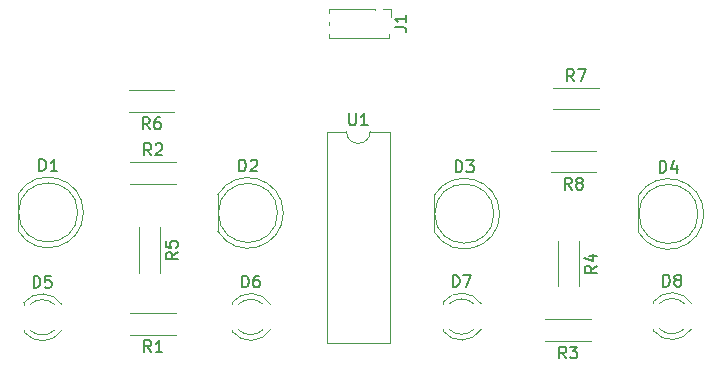
<source format=gbr>
%TF.GenerationSoftware,KiCad,Pcbnew,(5.1.8)-1*%
%TF.CreationDate,2021-01-06T02:07:28+05:30*%
%TF.ProjectId,LSA,4c53412e-6b69-4636-9164-5f7063625858,rev?*%
%TF.SameCoordinates,Original*%
%TF.FileFunction,Legend,Top*%
%TF.FilePolarity,Positive*%
%FSLAX46Y46*%
G04 Gerber Fmt 4.6, Leading zero omitted, Abs format (unit mm)*
G04 Created by KiCad (PCBNEW (5.1.8)-1) date 2021-01-06 02:07:28*
%MOMM*%
%LPD*%
G01*
G04 APERTURE LIST*
%ADD10C,0.120000*%
%ADD11C,0.150000*%
G04 APERTURE END LIST*
D10*
%TO.C,D2*%
X134650000Y-120759538D02*
G75*
G02*
X129100000Y-122304830I-2990000J-462D01*
G01*
X134650000Y-120760462D02*
G75*
G03*
X129100000Y-119215170I-2990000J462D01*
G01*
X134160000Y-120760000D02*
G75*
G03*
X134160000Y-120760000I-2500000J0D01*
G01*
X129100000Y-119215000D02*
X129100000Y-122305000D01*
%TO.C,R8*%
X161150000Y-115490000D02*
X157310000Y-115490000D01*
X161150000Y-117330000D02*
X157310000Y-117330000D01*
%TO.C,J1*%
X138500000Y-103500000D02*
X138500000Y-103815507D01*
X138500000Y-105604493D02*
X138500000Y-105920000D01*
X138500000Y-104604493D02*
X138500000Y-104815507D01*
X142375000Y-103500000D02*
X138500000Y-103500000D01*
X143620000Y-105920000D02*
X138500000Y-105920000D01*
X142375000Y-103500000D02*
X142375000Y-103601724D01*
X143620000Y-105604493D02*
X143620000Y-105920000D01*
X143060000Y-103500000D02*
X143745000Y-103500000D01*
X143745000Y-103500000D02*
X143745000Y-104210000D01*
%TO.C,D4*%
X170250000Y-120849538D02*
G75*
G02*
X164700000Y-122394830I-2990000J-462D01*
G01*
X170250000Y-120850462D02*
G75*
G03*
X164700000Y-119305170I-2990000J462D01*
G01*
X169760000Y-120850000D02*
G75*
G03*
X169760000Y-120850000I-2500000J0D01*
G01*
X164700000Y-119305000D02*
X164700000Y-122395000D01*
%TO.C,D3*%
X152970000Y-120819538D02*
G75*
G02*
X147420000Y-122364830I-2990000J-462D01*
G01*
X152970000Y-120820462D02*
G75*
G03*
X147420000Y-119275170I-2990000J462D01*
G01*
X152480000Y-120820000D02*
G75*
G03*
X152480000Y-120820000I-2500000J0D01*
G01*
X147420000Y-119275000D02*
X147420000Y-122365000D01*
%TO.C,D1*%
X117730000Y-120719538D02*
G75*
G02*
X112180000Y-122264830I-2990000J-462D01*
G01*
X117730000Y-120720462D02*
G75*
G03*
X112180000Y-119175170I-2990000J462D01*
G01*
X117240000Y-120720000D02*
G75*
G03*
X117240000Y-120720000I-2500000J0D01*
G01*
X112180000Y-119175000D02*
X112180000Y-122265000D01*
%TO.C,U1*%
X143650000Y-113870000D02*
X142000000Y-113870000D01*
X143650000Y-131770000D02*
X143650000Y-113870000D01*
X138350000Y-131770000D02*
X143650000Y-131770000D01*
X138350000Y-113870000D02*
X138350000Y-131770000D01*
X140000000Y-113870000D02*
X138350000Y-113870000D01*
X142000000Y-113870000D02*
G75*
G02*
X140000000Y-113870000I-1000000J0D01*
G01*
%TO.C,R7*%
X157510000Y-111990000D02*
X161350000Y-111990000D01*
X157510000Y-110150000D02*
X161350000Y-110150000D01*
%TO.C,R6*%
X125420000Y-110380000D02*
X121580000Y-110380000D01*
X125420000Y-112220000D02*
X121580000Y-112220000D01*
%TO.C,R5*%
X122410000Y-121990000D02*
X122410000Y-125830000D01*
X124250000Y-121990000D02*
X124250000Y-125830000D01*
%TO.C,R4*%
X157880000Y-123150000D02*
X157880000Y-126990000D01*
X159720000Y-123150000D02*
X159720000Y-126990000D01*
%TO.C,R3*%
X160680000Y-129780000D02*
X156840000Y-129780000D01*
X160680000Y-131620000D02*
X156840000Y-131620000D01*
%TO.C,R2*%
X121710000Y-118270000D02*
X125550000Y-118270000D01*
X121710000Y-116430000D02*
X125550000Y-116430000D01*
%TO.C,R1*%
X125550000Y-129240000D02*
X121710000Y-129240000D01*
X125550000Y-131080000D02*
X121710000Y-131080000D01*
%TO.C,D8*%
X165990000Y-130580000D02*
X165990000Y-130736000D01*
X165990000Y-128264000D02*
X165990000Y-128420000D01*
X168591130Y-130579837D02*
G75*
G02*
X166509039Y-130580000I-1041130J1079837D01*
G01*
X168591130Y-128420163D02*
G75*
G03*
X166509039Y-128420000I-1041130J-1079837D01*
G01*
X169222335Y-130578608D02*
G75*
G02*
X165990000Y-130735516I-1672335J1078608D01*
G01*
X169222335Y-128421392D02*
G75*
G03*
X165990000Y-128264484I-1672335J-1078608D01*
G01*
%TO.C,D7*%
X148180000Y-130620000D02*
X148180000Y-130776000D01*
X148180000Y-128304000D02*
X148180000Y-128460000D01*
X150781130Y-130619837D02*
G75*
G02*
X148699039Y-130620000I-1041130J1079837D01*
G01*
X150781130Y-128460163D02*
G75*
G03*
X148699039Y-128460000I-1041130J-1079837D01*
G01*
X151412335Y-130618608D02*
G75*
G02*
X148180000Y-130775516I-1672335J1078608D01*
G01*
X151412335Y-128461392D02*
G75*
G03*
X148180000Y-128304484I-1672335J-1078608D01*
G01*
%TO.C,D6*%
X130330000Y-130650000D02*
X130330000Y-130806000D01*
X130330000Y-128334000D02*
X130330000Y-128490000D01*
X132931130Y-130649837D02*
G75*
G02*
X130849039Y-130650000I-1041130J1079837D01*
G01*
X132931130Y-128490163D02*
G75*
G03*
X130849039Y-128490000I-1041130J-1079837D01*
G01*
X133562335Y-130648608D02*
G75*
G02*
X130330000Y-130805516I-1672335J1078608D01*
G01*
X133562335Y-128491392D02*
G75*
G03*
X130330000Y-128334484I-1672335J-1078608D01*
G01*
%TO.C,D5*%
X112680000Y-130680000D02*
X112680000Y-130836000D01*
X112680000Y-128364000D02*
X112680000Y-128520000D01*
X115281130Y-130679837D02*
G75*
G02*
X113199039Y-130680000I-1041130J1079837D01*
G01*
X115281130Y-128520163D02*
G75*
G03*
X113199039Y-128520000I-1041130J-1079837D01*
G01*
X115912335Y-130678608D02*
G75*
G02*
X112680000Y-130835516I-1672335J1078608D01*
G01*
X115912335Y-128521392D02*
G75*
G03*
X112680000Y-128364484I-1672335J-1078608D01*
G01*
%TO.C,D2*%
D11*
X130921904Y-117252380D02*
X130921904Y-116252380D01*
X131160000Y-116252380D01*
X131302857Y-116300000D01*
X131398095Y-116395238D01*
X131445714Y-116490476D01*
X131493333Y-116680952D01*
X131493333Y-116823809D01*
X131445714Y-117014285D01*
X131398095Y-117109523D01*
X131302857Y-117204761D01*
X131160000Y-117252380D01*
X130921904Y-117252380D01*
X131874285Y-116347619D02*
X131921904Y-116300000D01*
X132017142Y-116252380D01*
X132255238Y-116252380D01*
X132350476Y-116300000D01*
X132398095Y-116347619D01*
X132445714Y-116442857D01*
X132445714Y-116538095D01*
X132398095Y-116680952D01*
X131826666Y-117252380D01*
X132445714Y-117252380D01*
%TO.C,R8*%
X159063333Y-118782380D02*
X158730000Y-118306190D01*
X158491904Y-118782380D02*
X158491904Y-117782380D01*
X158872857Y-117782380D01*
X158968095Y-117830000D01*
X159015714Y-117877619D01*
X159063333Y-117972857D01*
X159063333Y-118115714D01*
X159015714Y-118210952D01*
X158968095Y-118258571D01*
X158872857Y-118306190D01*
X158491904Y-118306190D01*
X159634761Y-118210952D02*
X159539523Y-118163333D01*
X159491904Y-118115714D01*
X159444285Y-118020476D01*
X159444285Y-117972857D01*
X159491904Y-117877619D01*
X159539523Y-117830000D01*
X159634761Y-117782380D01*
X159825238Y-117782380D01*
X159920476Y-117830000D01*
X159968095Y-117877619D01*
X160015714Y-117972857D01*
X160015714Y-118020476D01*
X159968095Y-118115714D01*
X159920476Y-118163333D01*
X159825238Y-118210952D01*
X159634761Y-118210952D01*
X159539523Y-118258571D01*
X159491904Y-118306190D01*
X159444285Y-118401428D01*
X159444285Y-118591904D01*
X159491904Y-118687142D01*
X159539523Y-118734761D01*
X159634761Y-118782380D01*
X159825238Y-118782380D01*
X159920476Y-118734761D01*
X159968095Y-118687142D01*
X160015714Y-118591904D01*
X160015714Y-118401428D01*
X159968095Y-118306190D01*
X159920476Y-118258571D01*
X159825238Y-118210952D01*
%TO.C,J1*%
X144072380Y-105043333D02*
X144786666Y-105043333D01*
X144929523Y-105090952D01*
X145024761Y-105186190D01*
X145072380Y-105329047D01*
X145072380Y-105424285D01*
X145072380Y-104043333D02*
X145072380Y-104614761D01*
X145072380Y-104329047D02*
X144072380Y-104329047D01*
X144215238Y-104424285D01*
X144310476Y-104519523D01*
X144358095Y-104614761D01*
%TO.C,D4*%
X166521904Y-117342380D02*
X166521904Y-116342380D01*
X166760000Y-116342380D01*
X166902857Y-116390000D01*
X166998095Y-116485238D01*
X167045714Y-116580476D01*
X167093333Y-116770952D01*
X167093333Y-116913809D01*
X167045714Y-117104285D01*
X166998095Y-117199523D01*
X166902857Y-117294761D01*
X166760000Y-117342380D01*
X166521904Y-117342380D01*
X167950476Y-116675714D02*
X167950476Y-117342380D01*
X167712380Y-116294761D02*
X167474285Y-117009047D01*
X168093333Y-117009047D01*
%TO.C,D3*%
X149241904Y-117312380D02*
X149241904Y-116312380D01*
X149480000Y-116312380D01*
X149622857Y-116360000D01*
X149718095Y-116455238D01*
X149765714Y-116550476D01*
X149813333Y-116740952D01*
X149813333Y-116883809D01*
X149765714Y-117074285D01*
X149718095Y-117169523D01*
X149622857Y-117264761D01*
X149480000Y-117312380D01*
X149241904Y-117312380D01*
X150146666Y-116312380D02*
X150765714Y-116312380D01*
X150432380Y-116693333D01*
X150575238Y-116693333D01*
X150670476Y-116740952D01*
X150718095Y-116788571D01*
X150765714Y-116883809D01*
X150765714Y-117121904D01*
X150718095Y-117217142D01*
X150670476Y-117264761D01*
X150575238Y-117312380D01*
X150289523Y-117312380D01*
X150194285Y-117264761D01*
X150146666Y-117217142D01*
%TO.C,D1*%
X114001904Y-117212380D02*
X114001904Y-116212380D01*
X114240000Y-116212380D01*
X114382857Y-116260000D01*
X114478095Y-116355238D01*
X114525714Y-116450476D01*
X114573333Y-116640952D01*
X114573333Y-116783809D01*
X114525714Y-116974285D01*
X114478095Y-117069523D01*
X114382857Y-117164761D01*
X114240000Y-117212380D01*
X114001904Y-117212380D01*
X115525714Y-117212380D02*
X114954285Y-117212380D01*
X115240000Y-117212380D02*
X115240000Y-116212380D01*
X115144761Y-116355238D01*
X115049523Y-116450476D01*
X114954285Y-116498095D01*
%TO.C,U1*%
X140238095Y-112322380D02*
X140238095Y-113131904D01*
X140285714Y-113227142D01*
X140333333Y-113274761D01*
X140428571Y-113322380D01*
X140619047Y-113322380D01*
X140714285Y-113274761D01*
X140761904Y-113227142D01*
X140809523Y-113131904D01*
X140809523Y-112322380D01*
X141809523Y-113322380D02*
X141238095Y-113322380D01*
X141523809Y-113322380D02*
X141523809Y-112322380D01*
X141428571Y-112465238D01*
X141333333Y-112560476D01*
X141238095Y-112608095D01*
%TO.C,R7*%
X159263333Y-109602380D02*
X158930000Y-109126190D01*
X158691904Y-109602380D02*
X158691904Y-108602380D01*
X159072857Y-108602380D01*
X159168095Y-108650000D01*
X159215714Y-108697619D01*
X159263333Y-108792857D01*
X159263333Y-108935714D01*
X159215714Y-109030952D01*
X159168095Y-109078571D01*
X159072857Y-109126190D01*
X158691904Y-109126190D01*
X159596666Y-108602380D02*
X160263333Y-108602380D01*
X159834761Y-109602380D01*
%TO.C,R6*%
X123333333Y-113672380D02*
X123000000Y-113196190D01*
X122761904Y-113672380D02*
X122761904Y-112672380D01*
X123142857Y-112672380D01*
X123238095Y-112720000D01*
X123285714Y-112767619D01*
X123333333Y-112862857D01*
X123333333Y-113005714D01*
X123285714Y-113100952D01*
X123238095Y-113148571D01*
X123142857Y-113196190D01*
X122761904Y-113196190D01*
X124190476Y-112672380D02*
X124000000Y-112672380D01*
X123904761Y-112720000D01*
X123857142Y-112767619D01*
X123761904Y-112910476D01*
X123714285Y-113100952D01*
X123714285Y-113481904D01*
X123761904Y-113577142D01*
X123809523Y-113624761D01*
X123904761Y-113672380D01*
X124095238Y-113672380D01*
X124190476Y-113624761D01*
X124238095Y-113577142D01*
X124285714Y-113481904D01*
X124285714Y-113243809D01*
X124238095Y-113148571D01*
X124190476Y-113100952D01*
X124095238Y-113053333D01*
X123904761Y-113053333D01*
X123809523Y-113100952D01*
X123761904Y-113148571D01*
X123714285Y-113243809D01*
%TO.C,R5*%
X125702380Y-124076666D02*
X125226190Y-124410000D01*
X125702380Y-124648095D02*
X124702380Y-124648095D01*
X124702380Y-124267142D01*
X124750000Y-124171904D01*
X124797619Y-124124285D01*
X124892857Y-124076666D01*
X125035714Y-124076666D01*
X125130952Y-124124285D01*
X125178571Y-124171904D01*
X125226190Y-124267142D01*
X125226190Y-124648095D01*
X124702380Y-123171904D02*
X124702380Y-123648095D01*
X125178571Y-123695714D01*
X125130952Y-123648095D01*
X125083333Y-123552857D01*
X125083333Y-123314761D01*
X125130952Y-123219523D01*
X125178571Y-123171904D01*
X125273809Y-123124285D01*
X125511904Y-123124285D01*
X125607142Y-123171904D01*
X125654761Y-123219523D01*
X125702380Y-123314761D01*
X125702380Y-123552857D01*
X125654761Y-123648095D01*
X125607142Y-123695714D01*
%TO.C,R4*%
X161172380Y-125236666D02*
X160696190Y-125570000D01*
X161172380Y-125808095D02*
X160172380Y-125808095D01*
X160172380Y-125427142D01*
X160220000Y-125331904D01*
X160267619Y-125284285D01*
X160362857Y-125236666D01*
X160505714Y-125236666D01*
X160600952Y-125284285D01*
X160648571Y-125331904D01*
X160696190Y-125427142D01*
X160696190Y-125808095D01*
X160505714Y-124379523D02*
X161172380Y-124379523D01*
X160124761Y-124617619D02*
X160839047Y-124855714D01*
X160839047Y-124236666D01*
%TO.C,R3*%
X158593333Y-133072380D02*
X158260000Y-132596190D01*
X158021904Y-133072380D02*
X158021904Y-132072380D01*
X158402857Y-132072380D01*
X158498095Y-132120000D01*
X158545714Y-132167619D01*
X158593333Y-132262857D01*
X158593333Y-132405714D01*
X158545714Y-132500952D01*
X158498095Y-132548571D01*
X158402857Y-132596190D01*
X158021904Y-132596190D01*
X158926666Y-132072380D02*
X159545714Y-132072380D01*
X159212380Y-132453333D01*
X159355238Y-132453333D01*
X159450476Y-132500952D01*
X159498095Y-132548571D01*
X159545714Y-132643809D01*
X159545714Y-132881904D01*
X159498095Y-132977142D01*
X159450476Y-133024761D01*
X159355238Y-133072380D01*
X159069523Y-133072380D01*
X158974285Y-133024761D01*
X158926666Y-132977142D01*
%TO.C,R2*%
X123463333Y-115882380D02*
X123130000Y-115406190D01*
X122891904Y-115882380D02*
X122891904Y-114882380D01*
X123272857Y-114882380D01*
X123368095Y-114930000D01*
X123415714Y-114977619D01*
X123463333Y-115072857D01*
X123463333Y-115215714D01*
X123415714Y-115310952D01*
X123368095Y-115358571D01*
X123272857Y-115406190D01*
X122891904Y-115406190D01*
X123844285Y-114977619D02*
X123891904Y-114930000D01*
X123987142Y-114882380D01*
X124225238Y-114882380D01*
X124320476Y-114930000D01*
X124368095Y-114977619D01*
X124415714Y-115072857D01*
X124415714Y-115168095D01*
X124368095Y-115310952D01*
X123796666Y-115882380D01*
X124415714Y-115882380D01*
%TO.C,R1*%
X123463333Y-132532380D02*
X123130000Y-132056190D01*
X122891904Y-132532380D02*
X122891904Y-131532380D01*
X123272857Y-131532380D01*
X123368095Y-131580000D01*
X123415714Y-131627619D01*
X123463333Y-131722857D01*
X123463333Y-131865714D01*
X123415714Y-131960952D01*
X123368095Y-132008571D01*
X123272857Y-132056190D01*
X122891904Y-132056190D01*
X124415714Y-132532380D02*
X123844285Y-132532380D01*
X124130000Y-132532380D02*
X124130000Y-131532380D01*
X124034761Y-131675238D01*
X123939523Y-131770476D01*
X123844285Y-131818095D01*
%TO.C,D8*%
X166811904Y-126992380D02*
X166811904Y-125992380D01*
X167050000Y-125992380D01*
X167192857Y-126040000D01*
X167288095Y-126135238D01*
X167335714Y-126230476D01*
X167383333Y-126420952D01*
X167383333Y-126563809D01*
X167335714Y-126754285D01*
X167288095Y-126849523D01*
X167192857Y-126944761D01*
X167050000Y-126992380D01*
X166811904Y-126992380D01*
X167954761Y-126420952D02*
X167859523Y-126373333D01*
X167811904Y-126325714D01*
X167764285Y-126230476D01*
X167764285Y-126182857D01*
X167811904Y-126087619D01*
X167859523Y-126040000D01*
X167954761Y-125992380D01*
X168145238Y-125992380D01*
X168240476Y-126040000D01*
X168288095Y-126087619D01*
X168335714Y-126182857D01*
X168335714Y-126230476D01*
X168288095Y-126325714D01*
X168240476Y-126373333D01*
X168145238Y-126420952D01*
X167954761Y-126420952D01*
X167859523Y-126468571D01*
X167811904Y-126516190D01*
X167764285Y-126611428D01*
X167764285Y-126801904D01*
X167811904Y-126897142D01*
X167859523Y-126944761D01*
X167954761Y-126992380D01*
X168145238Y-126992380D01*
X168240476Y-126944761D01*
X168288095Y-126897142D01*
X168335714Y-126801904D01*
X168335714Y-126611428D01*
X168288095Y-126516190D01*
X168240476Y-126468571D01*
X168145238Y-126420952D01*
%TO.C,D7*%
X149001904Y-127032380D02*
X149001904Y-126032380D01*
X149240000Y-126032380D01*
X149382857Y-126080000D01*
X149478095Y-126175238D01*
X149525714Y-126270476D01*
X149573333Y-126460952D01*
X149573333Y-126603809D01*
X149525714Y-126794285D01*
X149478095Y-126889523D01*
X149382857Y-126984761D01*
X149240000Y-127032380D01*
X149001904Y-127032380D01*
X149906666Y-126032380D02*
X150573333Y-126032380D01*
X150144761Y-127032380D01*
%TO.C,D6*%
X131151904Y-127062380D02*
X131151904Y-126062380D01*
X131390000Y-126062380D01*
X131532857Y-126110000D01*
X131628095Y-126205238D01*
X131675714Y-126300476D01*
X131723333Y-126490952D01*
X131723333Y-126633809D01*
X131675714Y-126824285D01*
X131628095Y-126919523D01*
X131532857Y-127014761D01*
X131390000Y-127062380D01*
X131151904Y-127062380D01*
X132580476Y-126062380D02*
X132390000Y-126062380D01*
X132294761Y-126110000D01*
X132247142Y-126157619D01*
X132151904Y-126300476D01*
X132104285Y-126490952D01*
X132104285Y-126871904D01*
X132151904Y-126967142D01*
X132199523Y-127014761D01*
X132294761Y-127062380D01*
X132485238Y-127062380D01*
X132580476Y-127014761D01*
X132628095Y-126967142D01*
X132675714Y-126871904D01*
X132675714Y-126633809D01*
X132628095Y-126538571D01*
X132580476Y-126490952D01*
X132485238Y-126443333D01*
X132294761Y-126443333D01*
X132199523Y-126490952D01*
X132151904Y-126538571D01*
X132104285Y-126633809D01*
%TO.C,D5*%
X113501904Y-127092380D02*
X113501904Y-126092380D01*
X113740000Y-126092380D01*
X113882857Y-126140000D01*
X113978095Y-126235238D01*
X114025714Y-126330476D01*
X114073333Y-126520952D01*
X114073333Y-126663809D01*
X114025714Y-126854285D01*
X113978095Y-126949523D01*
X113882857Y-127044761D01*
X113740000Y-127092380D01*
X113501904Y-127092380D01*
X114978095Y-126092380D02*
X114501904Y-126092380D01*
X114454285Y-126568571D01*
X114501904Y-126520952D01*
X114597142Y-126473333D01*
X114835238Y-126473333D01*
X114930476Y-126520952D01*
X114978095Y-126568571D01*
X115025714Y-126663809D01*
X115025714Y-126901904D01*
X114978095Y-126997142D01*
X114930476Y-127044761D01*
X114835238Y-127092380D01*
X114597142Y-127092380D01*
X114501904Y-127044761D01*
X114454285Y-126997142D01*
%TD*%
M02*

</source>
